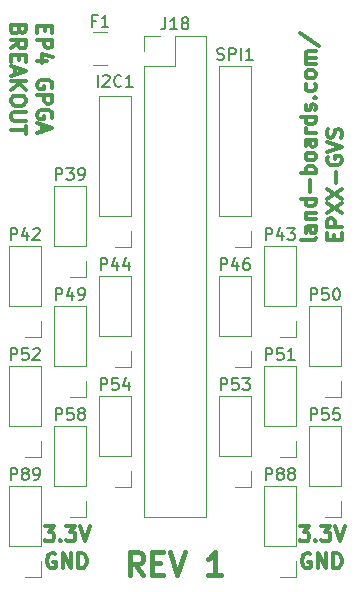
<source format=gbr>
G04 #@! TF.GenerationSoftware,KiCad,Pcbnew,(5.0.2)-1*
G04 #@! TF.CreationDate,2019-08-16T09:05:26-04:00*
G04 #@! TF.ProjectId,EPXX-GVS,45505858-2d47-4565-932e-6b696361645f,X2*
G04 #@! TF.SameCoordinates,Original*
G04 #@! TF.FileFunction,Legend,Top*
G04 #@! TF.FilePolarity,Positive*
%FSLAX46Y46*%
G04 Gerber Fmt 4.6, Leading zero omitted, Abs format (unit mm)*
G04 Created by KiCad (PCBNEW (5.0.2)-1) date 8/16/2019 9:05:26 AM*
%MOMM*%
%LPD*%
G01*
G04 APERTURE LIST*
%ADD10C,0.317500*%
%ADD11C,0.381000*%
%ADD12C,0.120000*%
%ADD13C,0.150000*%
G04 APERTURE END LIST*
D10*
X4249964Y-1651000D02*
X4249964Y-2074333D01*
X3584726Y-2255761D02*
X3584726Y-1651000D01*
X4854726Y-1651000D01*
X4854726Y-2255761D01*
X3584726Y-2800047D02*
X4854726Y-2800047D01*
X4854726Y-3283857D01*
X4794250Y-3404809D01*
X4733773Y-3465285D01*
X4612821Y-3525761D01*
X4431392Y-3525761D01*
X4310440Y-3465285D01*
X4249964Y-3404809D01*
X4189488Y-3283857D01*
X4189488Y-2800047D01*
X4431392Y-4614333D02*
X3584726Y-4614333D01*
X4915202Y-4311952D02*
X4008059Y-4009571D01*
X4008059Y-4795761D01*
X4794250Y-6912428D02*
X4854726Y-6791476D01*
X4854726Y-6610047D01*
X4794250Y-6428619D01*
X4673297Y-6307666D01*
X4552345Y-6247190D01*
X4310440Y-6186714D01*
X4129011Y-6186714D01*
X3887107Y-6247190D01*
X3766154Y-6307666D01*
X3645202Y-6428619D01*
X3584726Y-6610047D01*
X3584726Y-6731000D01*
X3645202Y-6912428D01*
X3705678Y-6972904D01*
X4129011Y-6972904D01*
X4129011Y-6731000D01*
X3584726Y-7517190D02*
X4854726Y-7517190D01*
X4854726Y-8001000D01*
X4794250Y-8121952D01*
X4733773Y-8182428D01*
X4612821Y-8242904D01*
X4431392Y-8242904D01*
X4310440Y-8182428D01*
X4249964Y-8121952D01*
X4189488Y-8001000D01*
X4189488Y-7517190D01*
X4794249Y-9452428D02*
X4854726Y-9331476D01*
X4854726Y-9150047D01*
X4794249Y-8968619D01*
X4673297Y-8847666D01*
X4552345Y-8787190D01*
X4310440Y-8726714D01*
X4129011Y-8726714D01*
X3887107Y-8787190D01*
X3766154Y-8847666D01*
X3645202Y-8968619D01*
X3584726Y-9150047D01*
X3584726Y-9271000D01*
X3645202Y-9452428D01*
X3705678Y-9512904D01*
X4129011Y-9512904D01*
X4129011Y-9271000D01*
X3947583Y-9996714D02*
X3947583Y-10601476D01*
X3584726Y-9875761D02*
X4854726Y-10299095D01*
X3584726Y-10722428D01*
X2027464Y-1983619D02*
X1966988Y-2165047D01*
X1906511Y-2225523D01*
X1785559Y-2286000D01*
X1604130Y-2286000D01*
X1483178Y-2225523D01*
X1422702Y-2165047D01*
X1362226Y-2044095D01*
X1362226Y-1560285D01*
X2632226Y-1560285D01*
X2632226Y-1983619D01*
X2571750Y-2104571D01*
X2511273Y-2165047D01*
X2390321Y-2225523D01*
X2269369Y-2225523D01*
X2148416Y-2165047D01*
X2087940Y-2104571D01*
X2027464Y-1983619D01*
X2027464Y-1560285D01*
X1362226Y-3556000D02*
X1966988Y-3132666D01*
X1362226Y-2830285D02*
X2632226Y-2830285D01*
X2632226Y-3314095D01*
X2571750Y-3435047D01*
X2511273Y-3495523D01*
X2390321Y-3556000D01*
X2208892Y-3556000D01*
X2087940Y-3495523D01*
X2027464Y-3435047D01*
X1966988Y-3314095D01*
X1966988Y-2830285D01*
X2027464Y-4100285D02*
X2027464Y-4523619D01*
X1362226Y-4705047D02*
X1362226Y-4100285D01*
X2632226Y-4100285D01*
X2632226Y-4705047D01*
X1725083Y-5188857D02*
X1725083Y-5793619D01*
X1362226Y-5067904D02*
X2632226Y-5491238D01*
X1362226Y-5914571D01*
X1362226Y-6337904D02*
X2632226Y-6337904D01*
X1362226Y-7063619D02*
X2087940Y-6519333D01*
X2632226Y-7063619D02*
X1906511Y-6337904D01*
X2632226Y-7849809D02*
X2632226Y-8091714D01*
X2571749Y-8212666D01*
X2450797Y-8333619D01*
X2208892Y-8394095D01*
X1785559Y-8394095D01*
X1543654Y-8333619D01*
X1422702Y-8212666D01*
X1362226Y-8091714D01*
X1362226Y-7849809D01*
X1422702Y-7728857D01*
X1543654Y-7607904D01*
X1785559Y-7547428D01*
X2208892Y-7547428D01*
X2450797Y-7607904D01*
X2571749Y-7728857D01*
X2632226Y-7849809D01*
X2632226Y-8938380D02*
X1604130Y-8938380D01*
X1483178Y-8998857D01*
X1422702Y-9059333D01*
X1362226Y-9180285D01*
X1362226Y-9422190D01*
X1422702Y-9543142D01*
X1483178Y-9603619D01*
X1604130Y-9664095D01*
X2632226Y-9664095D01*
X2632226Y-10087428D02*
X2632226Y-10813142D01*
X1362226Y-10450285D02*
X2632226Y-10450285D01*
X25811238Y-44008523D02*
X26597428Y-44008523D01*
X26174095Y-44492333D01*
X26355523Y-44492333D01*
X26476476Y-44552809D01*
X26536952Y-44613285D01*
X26597428Y-44734238D01*
X26597428Y-45036619D01*
X26536952Y-45157571D01*
X26476476Y-45218047D01*
X26355523Y-45278523D01*
X25992666Y-45278523D01*
X25871714Y-45218047D01*
X25811238Y-45157571D01*
X27141714Y-45157571D02*
X27202190Y-45218047D01*
X27141714Y-45278523D01*
X27081238Y-45218047D01*
X27141714Y-45157571D01*
X27141714Y-45278523D01*
X27625523Y-44008523D02*
X28411714Y-44008523D01*
X27988380Y-44492333D01*
X28169809Y-44492333D01*
X28290761Y-44552809D01*
X28351238Y-44613285D01*
X28411714Y-44734238D01*
X28411714Y-45036619D01*
X28351238Y-45157571D01*
X28290761Y-45218047D01*
X28169809Y-45278523D01*
X27806952Y-45278523D01*
X27686000Y-45218047D01*
X27625523Y-45157571D01*
X28774571Y-44008523D02*
X29197904Y-45278523D01*
X29621238Y-44008523D01*
X26718380Y-46355000D02*
X26597428Y-46294523D01*
X26416000Y-46294523D01*
X26234571Y-46355000D01*
X26113619Y-46475952D01*
X26053142Y-46596904D01*
X25992666Y-46838809D01*
X25992666Y-47020238D01*
X26053142Y-47262142D01*
X26113619Y-47383095D01*
X26234571Y-47504047D01*
X26416000Y-47564523D01*
X26536952Y-47564523D01*
X26718380Y-47504047D01*
X26778857Y-47443571D01*
X26778857Y-47020238D01*
X26536952Y-47020238D01*
X27323142Y-47564523D02*
X27323142Y-46294523D01*
X28048857Y-47564523D01*
X28048857Y-46294523D01*
X28653619Y-47564523D02*
X28653619Y-46294523D01*
X28956000Y-46294523D01*
X29137428Y-46355000D01*
X29258380Y-46475952D01*
X29318857Y-46596904D01*
X29379333Y-46838809D01*
X29379333Y-47020238D01*
X29318857Y-47262142D01*
X29258380Y-47383095D01*
X29137428Y-47504047D01*
X28956000Y-47564523D01*
X28653619Y-47564523D01*
X5128380Y-46355000D02*
X5007428Y-46294523D01*
X4826000Y-46294523D01*
X4644571Y-46355000D01*
X4523619Y-46475952D01*
X4463142Y-46596904D01*
X4402666Y-46838809D01*
X4402666Y-47020238D01*
X4463142Y-47262142D01*
X4523619Y-47383095D01*
X4644571Y-47504047D01*
X4826000Y-47564523D01*
X4946952Y-47564523D01*
X5128380Y-47504047D01*
X5188857Y-47443571D01*
X5188857Y-47020238D01*
X4946952Y-47020238D01*
X5733142Y-47564523D02*
X5733142Y-46294523D01*
X6458857Y-47564523D01*
X6458857Y-46294523D01*
X7063619Y-47564523D02*
X7063619Y-46294523D01*
X7366000Y-46294523D01*
X7547428Y-46355000D01*
X7668380Y-46475952D01*
X7728857Y-46596904D01*
X7789333Y-46838809D01*
X7789333Y-47020238D01*
X7728857Y-47262142D01*
X7668380Y-47383095D01*
X7547428Y-47504047D01*
X7366000Y-47564523D01*
X7063619Y-47564523D01*
X4221238Y-44008523D02*
X5007428Y-44008523D01*
X4584095Y-44492333D01*
X4765523Y-44492333D01*
X4886476Y-44552809D01*
X4946952Y-44613285D01*
X5007428Y-44734238D01*
X5007428Y-45036619D01*
X4946952Y-45157571D01*
X4886476Y-45218047D01*
X4765523Y-45278523D01*
X4402666Y-45278523D01*
X4281714Y-45218047D01*
X4221238Y-45157571D01*
X5551714Y-45157571D02*
X5612190Y-45218047D01*
X5551714Y-45278523D01*
X5491238Y-45218047D01*
X5551714Y-45157571D01*
X5551714Y-45278523D01*
X6035523Y-44008523D02*
X6821714Y-44008523D01*
X6398380Y-44492333D01*
X6579809Y-44492333D01*
X6700761Y-44552809D01*
X6761238Y-44613285D01*
X6821714Y-44734238D01*
X6821714Y-45036619D01*
X6761238Y-45157571D01*
X6700761Y-45218047D01*
X6579809Y-45278523D01*
X6216952Y-45278523D01*
X6096000Y-45218047D01*
X6035523Y-45157571D01*
X7184571Y-44008523D02*
X7607904Y-45278523D01*
X8031238Y-44008523D01*
D11*
X12518571Y-48105785D02*
X11883571Y-47198642D01*
X11430000Y-48105785D02*
X11430000Y-46200785D01*
X12155714Y-46200785D01*
X12337142Y-46291500D01*
X12427857Y-46382214D01*
X12518571Y-46563642D01*
X12518571Y-46835785D01*
X12427857Y-47017214D01*
X12337142Y-47107928D01*
X12155714Y-47198642D01*
X11430000Y-47198642D01*
X13335000Y-47107928D02*
X13970000Y-47107928D01*
X14242142Y-48105785D02*
X13335000Y-48105785D01*
X13335000Y-46200785D01*
X14242142Y-46200785D01*
X14786428Y-46200785D02*
X15421428Y-48105785D01*
X16056428Y-46200785D01*
X19140714Y-48105785D02*
X18052142Y-48105785D01*
X18596428Y-48105785D02*
X18596428Y-46200785D01*
X18415000Y-46472928D01*
X18233571Y-46654357D01*
X18052142Y-46745071D01*
D10*
X27149273Y-19629815D02*
X27088797Y-19750767D01*
X26967845Y-19811244D01*
X25879273Y-19811244D01*
X27149273Y-18601720D02*
X26484035Y-18601720D01*
X26363083Y-18662196D01*
X26302607Y-18783148D01*
X26302607Y-19025053D01*
X26363083Y-19146005D01*
X27088797Y-18601720D02*
X27149273Y-18722672D01*
X27149273Y-19025053D01*
X27088797Y-19146005D01*
X26967845Y-19206482D01*
X26846892Y-19206482D01*
X26725940Y-19146005D01*
X26665464Y-19025053D01*
X26665464Y-18722672D01*
X26604988Y-18601720D01*
X26302607Y-17996958D02*
X27149273Y-17996958D01*
X26423559Y-17996958D02*
X26363083Y-17936482D01*
X26302607Y-17815529D01*
X26302607Y-17634101D01*
X26363083Y-17513148D01*
X26484035Y-17452672D01*
X27149273Y-17452672D01*
X27149273Y-16303625D02*
X25879273Y-16303625D01*
X27088797Y-16303625D02*
X27149273Y-16424577D01*
X27149273Y-16666482D01*
X27088797Y-16787434D01*
X27028321Y-16847910D01*
X26907369Y-16908386D01*
X26544511Y-16908386D01*
X26423559Y-16847910D01*
X26363083Y-16787434D01*
X26302607Y-16666482D01*
X26302607Y-16424577D01*
X26363083Y-16303625D01*
X26665464Y-15698863D02*
X26665464Y-14731244D01*
X27149273Y-14126482D02*
X25879273Y-14126482D01*
X26363083Y-14126482D02*
X26302607Y-14005529D01*
X26302607Y-13763625D01*
X26363083Y-13642672D01*
X26423559Y-13582196D01*
X26544511Y-13521720D01*
X26907369Y-13521720D01*
X27028321Y-13582196D01*
X27088797Y-13642672D01*
X27149273Y-13763625D01*
X27149273Y-14005529D01*
X27088797Y-14126482D01*
X27149273Y-12796005D02*
X27088797Y-12916958D01*
X27028321Y-12977434D01*
X26907369Y-13037910D01*
X26544511Y-13037910D01*
X26423559Y-12977434D01*
X26363083Y-12916958D01*
X26302607Y-12796005D01*
X26302607Y-12614577D01*
X26363083Y-12493625D01*
X26423559Y-12433148D01*
X26544511Y-12372672D01*
X26907369Y-12372672D01*
X27028321Y-12433148D01*
X27088797Y-12493625D01*
X27149273Y-12614577D01*
X27149273Y-12796005D01*
X27149273Y-11284101D02*
X26484035Y-11284101D01*
X26363083Y-11344577D01*
X26302607Y-11465529D01*
X26302607Y-11707434D01*
X26363083Y-11828386D01*
X27088797Y-11284101D02*
X27149273Y-11405053D01*
X27149273Y-11707434D01*
X27088797Y-11828386D01*
X26967845Y-11888863D01*
X26846892Y-11888863D01*
X26725940Y-11828386D01*
X26665464Y-11707434D01*
X26665464Y-11405053D01*
X26604988Y-11284101D01*
X27149273Y-10679339D02*
X26302607Y-10679339D01*
X26544511Y-10679339D02*
X26423559Y-10618863D01*
X26363083Y-10558386D01*
X26302607Y-10437434D01*
X26302607Y-10316482D01*
X27149273Y-9348863D02*
X25879273Y-9348863D01*
X27088797Y-9348863D02*
X27149273Y-9469815D01*
X27149273Y-9711720D01*
X27088797Y-9832672D01*
X27028321Y-9893148D01*
X26907369Y-9953625D01*
X26544511Y-9953625D01*
X26423559Y-9893148D01*
X26363083Y-9832672D01*
X26302607Y-9711720D01*
X26302607Y-9469815D01*
X26363083Y-9348863D01*
X27088797Y-8804577D02*
X27149273Y-8683625D01*
X27149273Y-8441720D01*
X27088797Y-8320767D01*
X26967845Y-8260291D01*
X26907369Y-8260291D01*
X26786416Y-8320767D01*
X26725940Y-8441720D01*
X26725940Y-8623148D01*
X26665464Y-8744101D01*
X26544511Y-8804577D01*
X26484035Y-8804577D01*
X26363083Y-8744101D01*
X26302607Y-8623148D01*
X26302607Y-8441720D01*
X26363083Y-8320767D01*
X27028321Y-7716005D02*
X27088797Y-7655529D01*
X27149273Y-7716005D01*
X27088797Y-7776482D01*
X27028321Y-7716005D01*
X27149273Y-7716005D01*
X27088797Y-6566958D02*
X27149273Y-6687910D01*
X27149273Y-6929815D01*
X27088797Y-7050767D01*
X27028321Y-7111244D01*
X26907369Y-7171720D01*
X26544511Y-7171720D01*
X26423559Y-7111244D01*
X26363083Y-7050767D01*
X26302607Y-6929815D01*
X26302607Y-6687910D01*
X26363083Y-6566958D01*
X27149273Y-5841244D02*
X27088797Y-5962196D01*
X27028321Y-6022672D01*
X26907369Y-6083148D01*
X26544511Y-6083148D01*
X26423559Y-6022672D01*
X26363083Y-5962196D01*
X26302607Y-5841244D01*
X26302607Y-5659815D01*
X26363083Y-5538863D01*
X26423559Y-5478386D01*
X26544511Y-5417910D01*
X26907369Y-5417910D01*
X27028321Y-5478386D01*
X27088797Y-5538863D01*
X27149273Y-5659815D01*
X27149273Y-5841244D01*
X27149273Y-4873625D02*
X26302607Y-4873625D01*
X26423559Y-4873625D02*
X26363083Y-4813148D01*
X26302607Y-4692196D01*
X26302607Y-4510767D01*
X26363083Y-4389815D01*
X26484035Y-4329339D01*
X27149273Y-4329339D01*
X26484035Y-4329339D02*
X26363083Y-4268863D01*
X26302607Y-4147910D01*
X26302607Y-3966482D01*
X26363083Y-3845529D01*
X26484035Y-3785053D01*
X27149273Y-3785053D01*
X25818797Y-2273148D02*
X27451654Y-3361720D01*
X28706535Y-19811244D02*
X28706535Y-19387910D01*
X29371773Y-19206482D02*
X29371773Y-19811244D01*
X28101773Y-19811244D01*
X28101773Y-19206482D01*
X29371773Y-18662196D02*
X28101773Y-18662196D01*
X28101773Y-18178386D01*
X28162250Y-18057434D01*
X28222726Y-17996958D01*
X28343678Y-17936482D01*
X28525107Y-17936482D01*
X28646059Y-17996958D01*
X28706535Y-18057434D01*
X28767011Y-18178386D01*
X28767011Y-18662196D01*
X28101773Y-17513148D02*
X29371773Y-16666482D01*
X28101773Y-16666482D02*
X29371773Y-17513148D01*
X28101773Y-16303625D02*
X29371773Y-15456958D01*
X28101773Y-15456958D02*
X29371773Y-16303625D01*
X28887964Y-14973148D02*
X28887964Y-14005529D01*
X28162250Y-12735529D02*
X28101773Y-12856482D01*
X28101773Y-13037910D01*
X28162250Y-13219339D01*
X28283202Y-13340291D01*
X28404154Y-13400767D01*
X28646059Y-13461244D01*
X28827488Y-13461244D01*
X29069392Y-13400767D01*
X29190345Y-13340291D01*
X29311297Y-13219339D01*
X29371773Y-13037910D01*
X29371773Y-12916958D01*
X29311297Y-12735529D01*
X29250821Y-12675053D01*
X28827488Y-12675053D01*
X28827488Y-12916958D01*
X28101773Y-12312196D02*
X29371773Y-11888863D01*
X28101773Y-11465529D01*
X29311297Y-11102672D02*
X29371773Y-10921244D01*
X29371773Y-10618863D01*
X29311297Y-10497910D01*
X29250821Y-10437434D01*
X29129869Y-10376958D01*
X29008916Y-10376958D01*
X28887964Y-10437434D01*
X28827488Y-10497910D01*
X28767011Y-10618863D01*
X28706535Y-10860767D01*
X28646059Y-10981720D01*
X28585583Y-11042196D01*
X28464630Y-11102672D01*
X28343678Y-11102672D01*
X28222726Y-11042196D01*
X28162250Y-10981720D01*
X28101773Y-10860767D01*
X28101773Y-10558386D01*
X28162250Y-10376958D01*
D12*
G04 #@! TO.C,I2C1*
X11490000Y-7560000D02*
X8830000Y-7560000D01*
X11490000Y-17780000D02*
X11490000Y-7560000D01*
X8830000Y-17780000D02*
X8830000Y-7560000D01*
X11490000Y-17780000D02*
X8830000Y-17780000D01*
X11490000Y-19050000D02*
X11490000Y-20380000D01*
X11490000Y-20380000D02*
X10160000Y-20380000D01*
G04 #@! TO.C,SPI1*
X21650000Y-5020000D02*
X18990000Y-5020000D01*
X21650000Y-17780000D02*
X21650000Y-5020000D01*
X18990000Y-17780000D02*
X18990000Y-5020000D01*
X21650000Y-17780000D02*
X18990000Y-17780000D01*
X21650000Y-19050000D02*
X21650000Y-20380000D01*
X21650000Y-20380000D02*
X20320000Y-20380000D01*
G04 #@! TO.C,P39*
X7680000Y-15180000D02*
X5020000Y-15180000D01*
X7680000Y-20320000D02*
X7680000Y-15180000D01*
X5020000Y-20320000D02*
X5020000Y-15180000D01*
X7680000Y-20320000D02*
X5020000Y-20320000D01*
X7680000Y-21590000D02*
X7680000Y-22920000D01*
X7680000Y-22920000D02*
X6350000Y-22920000D01*
G04 #@! TO.C,P42*
X3870000Y-28000000D02*
X2540000Y-28000000D01*
X3870000Y-26670000D02*
X3870000Y-28000000D01*
X3870000Y-25400000D02*
X1210000Y-25400000D01*
X1210000Y-25400000D02*
X1210000Y-20260000D01*
X3870000Y-25400000D02*
X3870000Y-20260000D01*
X3870000Y-20260000D02*
X1210000Y-20260000D01*
G04 #@! TO.C,P43*
X25460000Y-20260000D02*
X22800000Y-20260000D01*
X25460000Y-25400000D02*
X25460000Y-20260000D01*
X22800000Y-25400000D02*
X22800000Y-20260000D01*
X25460000Y-25400000D02*
X22800000Y-25400000D01*
X25460000Y-26670000D02*
X25460000Y-28000000D01*
X25460000Y-28000000D02*
X24130000Y-28000000D01*
G04 #@! TO.C,P44*
X11490000Y-22800000D02*
X8830000Y-22800000D01*
X11490000Y-27940000D02*
X11490000Y-22800000D01*
X8830000Y-27940000D02*
X8830000Y-22800000D01*
X11490000Y-27940000D02*
X8830000Y-27940000D01*
X11490000Y-29210000D02*
X11490000Y-30540000D01*
X11490000Y-30540000D02*
X10160000Y-30540000D01*
G04 #@! TO.C,P46*
X21650000Y-22800000D02*
X18990000Y-22800000D01*
X21650000Y-27940000D02*
X21650000Y-22800000D01*
X18990000Y-27940000D02*
X18990000Y-22800000D01*
X21650000Y-27940000D02*
X18990000Y-27940000D01*
X21650000Y-29210000D02*
X21650000Y-30540000D01*
X21650000Y-30540000D02*
X20320000Y-30540000D01*
G04 #@! TO.C,P49*
X7680000Y-33080000D02*
X6350000Y-33080000D01*
X7680000Y-31750000D02*
X7680000Y-33080000D01*
X7680000Y-30480000D02*
X5020000Y-30480000D01*
X5020000Y-30480000D02*
X5020000Y-25340000D01*
X7680000Y-30480000D02*
X7680000Y-25340000D01*
X7680000Y-25340000D02*
X5020000Y-25340000D01*
G04 #@! TO.C,P50*
X29270000Y-25340000D02*
X26610000Y-25340000D01*
X29270000Y-30480000D02*
X29270000Y-25340000D01*
X26610000Y-30480000D02*
X26610000Y-25340000D01*
X29270000Y-30480000D02*
X26610000Y-30480000D01*
X29270000Y-31750000D02*
X29270000Y-33080000D01*
X29270000Y-33080000D02*
X27940000Y-33080000D01*
G04 #@! TO.C,P52*
X3870000Y-38160000D02*
X2540000Y-38160000D01*
X3870000Y-36830000D02*
X3870000Y-38160000D01*
X3870000Y-35560000D02*
X1210000Y-35560000D01*
X1210000Y-35560000D02*
X1210000Y-30420000D01*
X3870000Y-35560000D02*
X3870000Y-30420000D01*
X3870000Y-30420000D02*
X1210000Y-30420000D01*
G04 #@! TO.C,P51*
X25460000Y-30420000D02*
X22800000Y-30420000D01*
X25460000Y-35560000D02*
X25460000Y-30420000D01*
X22800000Y-35560000D02*
X22800000Y-30420000D01*
X25460000Y-35560000D02*
X22800000Y-35560000D01*
X25460000Y-36830000D02*
X25460000Y-38160000D01*
X25460000Y-38160000D02*
X24130000Y-38160000D01*
G04 #@! TO.C,P54*
X11490000Y-40700000D02*
X10160000Y-40700000D01*
X11490000Y-39370000D02*
X11490000Y-40700000D01*
X11490000Y-38100000D02*
X8830000Y-38100000D01*
X8830000Y-38100000D02*
X8830000Y-32960000D01*
X11490000Y-38100000D02*
X11490000Y-32960000D01*
X11490000Y-32960000D02*
X8830000Y-32960000D01*
G04 #@! TO.C,P53*
X21650000Y-40700000D02*
X20320000Y-40700000D01*
X21650000Y-39370000D02*
X21650000Y-40700000D01*
X21650000Y-38100000D02*
X18990000Y-38100000D01*
X18990000Y-38100000D02*
X18990000Y-32960000D01*
X21650000Y-38100000D02*
X21650000Y-32960000D01*
X21650000Y-32960000D02*
X18990000Y-32960000D01*
G04 #@! TO.C,P58*
X7680000Y-43240000D02*
X6350000Y-43240000D01*
X7680000Y-41910000D02*
X7680000Y-43240000D01*
X7680000Y-40640000D02*
X5020000Y-40640000D01*
X5020000Y-40640000D02*
X5020000Y-35500000D01*
X7680000Y-40640000D02*
X7680000Y-35500000D01*
X7680000Y-35500000D02*
X5020000Y-35500000D01*
G04 #@! TO.C,P55*
X29270000Y-35500000D02*
X26610000Y-35500000D01*
X29270000Y-40640000D02*
X29270000Y-35500000D01*
X26610000Y-40640000D02*
X26610000Y-35500000D01*
X29270000Y-40640000D02*
X26610000Y-40640000D01*
X29270000Y-41910000D02*
X29270000Y-43240000D01*
X29270000Y-43240000D02*
X27940000Y-43240000D01*
G04 #@! TO.C,P89*
X3870000Y-48320000D02*
X2540000Y-48320000D01*
X3870000Y-46990000D02*
X3870000Y-48320000D01*
X3870000Y-45720000D02*
X1210000Y-45720000D01*
X1210000Y-45720000D02*
X1210000Y-40580000D01*
X3870000Y-45720000D02*
X3870000Y-40580000D01*
X3870000Y-40580000D02*
X1210000Y-40580000D01*
G04 #@! TO.C,P88*
X25460000Y-40580000D02*
X22800000Y-40580000D01*
X25460000Y-45720000D02*
X25460000Y-40580000D01*
X22800000Y-45720000D02*
X22800000Y-40580000D01*
X25460000Y-45720000D02*
X22800000Y-45720000D01*
X25460000Y-46990000D02*
X25460000Y-48320000D01*
X25460000Y-48320000D02*
X24130000Y-48320000D01*
G04 #@! TO.C,J18*
X12640000Y-43240000D02*
X17840000Y-43240000D01*
X12640000Y-5080000D02*
X12640000Y-43240000D01*
X17840000Y-2480000D02*
X17840000Y-43240000D01*
X12640000Y-5080000D02*
X15240000Y-5080000D01*
X15240000Y-5080000D02*
X15240000Y-2480000D01*
X15240000Y-2480000D02*
X17840000Y-2480000D01*
X12640000Y-3810000D02*
X12640000Y-2480000D01*
X12640000Y-2480000D02*
X13970000Y-2480000D01*
G04 #@! TO.C,F1*
X8287936Y-2196000D02*
X9492064Y-2196000D01*
X8287936Y-4916000D02*
X9492064Y-4916000D01*
G04 #@! TO.C,I2C1*
D13*
X8707619Y-6802380D02*
X8707619Y-5802380D01*
X9136190Y-5897619D02*
X9183809Y-5850000D01*
X9279047Y-5802380D01*
X9517142Y-5802380D01*
X9612380Y-5850000D01*
X9660000Y-5897619D01*
X9707619Y-5992857D01*
X9707619Y-6088095D01*
X9660000Y-6230952D01*
X9088571Y-6802380D01*
X9707619Y-6802380D01*
X10707619Y-6707142D02*
X10660000Y-6754761D01*
X10517142Y-6802380D01*
X10421904Y-6802380D01*
X10279047Y-6754761D01*
X10183809Y-6659523D01*
X10136190Y-6564285D01*
X10088571Y-6373809D01*
X10088571Y-6230952D01*
X10136190Y-6040476D01*
X10183809Y-5945238D01*
X10279047Y-5850000D01*
X10421904Y-5802380D01*
X10517142Y-5802380D01*
X10660000Y-5850000D01*
X10707619Y-5897619D01*
X11660000Y-6802380D02*
X11088571Y-6802380D01*
X11374285Y-6802380D02*
X11374285Y-5802380D01*
X11279047Y-5945238D01*
X11183809Y-6040476D01*
X11088571Y-6088095D01*
G04 #@! TO.C,SPI1*
X18820000Y-4468761D02*
X18962857Y-4516380D01*
X19200952Y-4516380D01*
X19296190Y-4468761D01*
X19343809Y-4421142D01*
X19391428Y-4325904D01*
X19391428Y-4230666D01*
X19343809Y-4135428D01*
X19296190Y-4087809D01*
X19200952Y-4040190D01*
X19010476Y-3992571D01*
X18915238Y-3944952D01*
X18867619Y-3897333D01*
X18820000Y-3802095D01*
X18820000Y-3706857D01*
X18867619Y-3611619D01*
X18915238Y-3564000D01*
X19010476Y-3516380D01*
X19248571Y-3516380D01*
X19391428Y-3564000D01*
X19820000Y-4516380D02*
X19820000Y-3516380D01*
X20200952Y-3516380D01*
X20296190Y-3564000D01*
X20343809Y-3611619D01*
X20391428Y-3706857D01*
X20391428Y-3849714D01*
X20343809Y-3944952D01*
X20296190Y-3992571D01*
X20200952Y-4040190D01*
X19820000Y-4040190D01*
X20820000Y-4516380D02*
X20820000Y-3516380D01*
X21820000Y-4516380D02*
X21248571Y-4516380D01*
X21534285Y-4516380D02*
X21534285Y-3516380D01*
X21439047Y-3659238D01*
X21343809Y-3754476D01*
X21248571Y-3802095D01*
G04 #@! TO.C,P39*
X5135714Y-14676380D02*
X5135714Y-13676380D01*
X5516666Y-13676380D01*
X5611904Y-13724000D01*
X5659523Y-13771619D01*
X5707142Y-13866857D01*
X5707142Y-14009714D01*
X5659523Y-14104952D01*
X5611904Y-14152571D01*
X5516666Y-14200190D01*
X5135714Y-14200190D01*
X6040476Y-13676380D02*
X6659523Y-13676380D01*
X6326190Y-14057333D01*
X6469047Y-14057333D01*
X6564285Y-14104952D01*
X6611904Y-14152571D01*
X6659523Y-14247809D01*
X6659523Y-14485904D01*
X6611904Y-14581142D01*
X6564285Y-14628761D01*
X6469047Y-14676380D01*
X6183333Y-14676380D01*
X6088095Y-14628761D01*
X6040476Y-14581142D01*
X7135714Y-14676380D02*
X7326190Y-14676380D01*
X7421428Y-14628761D01*
X7469047Y-14581142D01*
X7564285Y-14438285D01*
X7611904Y-14247809D01*
X7611904Y-13866857D01*
X7564285Y-13771619D01*
X7516666Y-13724000D01*
X7421428Y-13676380D01*
X7230952Y-13676380D01*
X7135714Y-13724000D01*
X7088095Y-13771619D01*
X7040476Y-13866857D01*
X7040476Y-14104952D01*
X7088095Y-14200190D01*
X7135714Y-14247809D01*
X7230952Y-14295428D01*
X7421428Y-14295428D01*
X7516666Y-14247809D01*
X7564285Y-14200190D01*
X7611904Y-14104952D01*
G04 #@! TO.C,P42*
X1325714Y-19756380D02*
X1325714Y-18756380D01*
X1706666Y-18756380D01*
X1801904Y-18804000D01*
X1849523Y-18851619D01*
X1897142Y-18946857D01*
X1897142Y-19089714D01*
X1849523Y-19184952D01*
X1801904Y-19232571D01*
X1706666Y-19280190D01*
X1325714Y-19280190D01*
X2754285Y-19089714D02*
X2754285Y-19756380D01*
X2516190Y-18708761D02*
X2278095Y-19423047D01*
X2897142Y-19423047D01*
X3230476Y-18851619D02*
X3278095Y-18804000D01*
X3373333Y-18756380D01*
X3611428Y-18756380D01*
X3706666Y-18804000D01*
X3754285Y-18851619D01*
X3801904Y-18946857D01*
X3801904Y-19042095D01*
X3754285Y-19184952D01*
X3182857Y-19756380D01*
X3801904Y-19756380D01*
G04 #@! TO.C,P43*
X22915714Y-19756380D02*
X22915714Y-18756380D01*
X23296666Y-18756380D01*
X23391904Y-18804000D01*
X23439523Y-18851619D01*
X23487142Y-18946857D01*
X23487142Y-19089714D01*
X23439523Y-19184952D01*
X23391904Y-19232571D01*
X23296666Y-19280190D01*
X22915714Y-19280190D01*
X24344285Y-19089714D02*
X24344285Y-19756380D01*
X24106190Y-18708761D02*
X23868095Y-19423047D01*
X24487142Y-19423047D01*
X24772857Y-18756380D02*
X25391904Y-18756380D01*
X25058571Y-19137333D01*
X25201428Y-19137333D01*
X25296666Y-19184952D01*
X25344285Y-19232571D01*
X25391904Y-19327809D01*
X25391904Y-19565904D01*
X25344285Y-19661142D01*
X25296666Y-19708761D01*
X25201428Y-19756380D01*
X24915714Y-19756380D01*
X24820476Y-19708761D01*
X24772857Y-19661142D01*
G04 #@! TO.C,P44*
X8945714Y-22296380D02*
X8945714Y-21296380D01*
X9326666Y-21296380D01*
X9421904Y-21344000D01*
X9469523Y-21391619D01*
X9517142Y-21486857D01*
X9517142Y-21629714D01*
X9469523Y-21724952D01*
X9421904Y-21772571D01*
X9326666Y-21820190D01*
X8945714Y-21820190D01*
X10374285Y-21629714D02*
X10374285Y-22296380D01*
X10136190Y-21248761D02*
X9898095Y-21963047D01*
X10517142Y-21963047D01*
X11326666Y-21629714D02*
X11326666Y-22296380D01*
X11088571Y-21248761D02*
X10850476Y-21963047D01*
X11469523Y-21963047D01*
G04 #@! TO.C,P46*
X19105714Y-22296380D02*
X19105714Y-21296380D01*
X19486666Y-21296380D01*
X19581904Y-21344000D01*
X19629523Y-21391619D01*
X19677142Y-21486857D01*
X19677142Y-21629714D01*
X19629523Y-21724952D01*
X19581904Y-21772571D01*
X19486666Y-21820190D01*
X19105714Y-21820190D01*
X20534285Y-21629714D02*
X20534285Y-22296380D01*
X20296190Y-21248761D02*
X20058095Y-21963047D01*
X20677142Y-21963047D01*
X21486666Y-21296380D02*
X21296190Y-21296380D01*
X21200952Y-21344000D01*
X21153333Y-21391619D01*
X21058095Y-21534476D01*
X21010476Y-21724952D01*
X21010476Y-22105904D01*
X21058095Y-22201142D01*
X21105714Y-22248761D01*
X21200952Y-22296380D01*
X21391428Y-22296380D01*
X21486666Y-22248761D01*
X21534285Y-22201142D01*
X21581904Y-22105904D01*
X21581904Y-21867809D01*
X21534285Y-21772571D01*
X21486666Y-21724952D01*
X21391428Y-21677333D01*
X21200952Y-21677333D01*
X21105714Y-21724952D01*
X21058095Y-21772571D01*
X21010476Y-21867809D01*
G04 #@! TO.C,P49*
X5135714Y-24836380D02*
X5135714Y-23836380D01*
X5516666Y-23836380D01*
X5611904Y-23884000D01*
X5659523Y-23931619D01*
X5707142Y-24026857D01*
X5707142Y-24169714D01*
X5659523Y-24264952D01*
X5611904Y-24312571D01*
X5516666Y-24360190D01*
X5135714Y-24360190D01*
X6564285Y-24169714D02*
X6564285Y-24836380D01*
X6326190Y-23788761D02*
X6088095Y-24503047D01*
X6707142Y-24503047D01*
X7135714Y-24836380D02*
X7326190Y-24836380D01*
X7421428Y-24788761D01*
X7469047Y-24741142D01*
X7564285Y-24598285D01*
X7611904Y-24407809D01*
X7611904Y-24026857D01*
X7564285Y-23931619D01*
X7516666Y-23884000D01*
X7421428Y-23836380D01*
X7230952Y-23836380D01*
X7135714Y-23884000D01*
X7088095Y-23931619D01*
X7040476Y-24026857D01*
X7040476Y-24264952D01*
X7088095Y-24360190D01*
X7135714Y-24407809D01*
X7230952Y-24455428D01*
X7421428Y-24455428D01*
X7516666Y-24407809D01*
X7564285Y-24360190D01*
X7611904Y-24264952D01*
G04 #@! TO.C,P50*
X26725714Y-24836380D02*
X26725714Y-23836380D01*
X27106666Y-23836380D01*
X27201904Y-23884000D01*
X27249523Y-23931619D01*
X27297142Y-24026857D01*
X27297142Y-24169714D01*
X27249523Y-24264952D01*
X27201904Y-24312571D01*
X27106666Y-24360190D01*
X26725714Y-24360190D01*
X28201904Y-23836380D02*
X27725714Y-23836380D01*
X27678095Y-24312571D01*
X27725714Y-24264952D01*
X27820952Y-24217333D01*
X28059047Y-24217333D01*
X28154285Y-24264952D01*
X28201904Y-24312571D01*
X28249523Y-24407809D01*
X28249523Y-24645904D01*
X28201904Y-24741142D01*
X28154285Y-24788761D01*
X28059047Y-24836380D01*
X27820952Y-24836380D01*
X27725714Y-24788761D01*
X27678095Y-24741142D01*
X28868571Y-23836380D02*
X28963809Y-23836380D01*
X29059047Y-23884000D01*
X29106666Y-23931619D01*
X29154285Y-24026857D01*
X29201904Y-24217333D01*
X29201904Y-24455428D01*
X29154285Y-24645904D01*
X29106666Y-24741142D01*
X29059047Y-24788761D01*
X28963809Y-24836380D01*
X28868571Y-24836380D01*
X28773333Y-24788761D01*
X28725714Y-24741142D01*
X28678095Y-24645904D01*
X28630476Y-24455428D01*
X28630476Y-24217333D01*
X28678095Y-24026857D01*
X28725714Y-23931619D01*
X28773333Y-23884000D01*
X28868571Y-23836380D01*
G04 #@! TO.C,P52*
X1325714Y-29916380D02*
X1325714Y-28916380D01*
X1706666Y-28916380D01*
X1801904Y-28964000D01*
X1849523Y-29011619D01*
X1897142Y-29106857D01*
X1897142Y-29249714D01*
X1849523Y-29344952D01*
X1801904Y-29392571D01*
X1706666Y-29440190D01*
X1325714Y-29440190D01*
X2801904Y-28916380D02*
X2325714Y-28916380D01*
X2278095Y-29392571D01*
X2325714Y-29344952D01*
X2420952Y-29297333D01*
X2659047Y-29297333D01*
X2754285Y-29344952D01*
X2801904Y-29392571D01*
X2849523Y-29487809D01*
X2849523Y-29725904D01*
X2801904Y-29821142D01*
X2754285Y-29868761D01*
X2659047Y-29916380D01*
X2420952Y-29916380D01*
X2325714Y-29868761D01*
X2278095Y-29821142D01*
X3230476Y-29011619D02*
X3278095Y-28964000D01*
X3373333Y-28916380D01*
X3611428Y-28916380D01*
X3706666Y-28964000D01*
X3754285Y-29011619D01*
X3801904Y-29106857D01*
X3801904Y-29202095D01*
X3754285Y-29344952D01*
X3182857Y-29916380D01*
X3801904Y-29916380D01*
G04 #@! TO.C,P51*
X22915714Y-29916380D02*
X22915714Y-28916380D01*
X23296666Y-28916380D01*
X23391904Y-28964000D01*
X23439523Y-29011619D01*
X23487142Y-29106857D01*
X23487142Y-29249714D01*
X23439523Y-29344952D01*
X23391904Y-29392571D01*
X23296666Y-29440190D01*
X22915714Y-29440190D01*
X24391904Y-28916380D02*
X23915714Y-28916380D01*
X23868095Y-29392571D01*
X23915714Y-29344952D01*
X24010952Y-29297333D01*
X24249047Y-29297333D01*
X24344285Y-29344952D01*
X24391904Y-29392571D01*
X24439523Y-29487809D01*
X24439523Y-29725904D01*
X24391904Y-29821142D01*
X24344285Y-29868761D01*
X24249047Y-29916380D01*
X24010952Y-29916380D01*
X23915714Y-29868761D01*
X23868095Y-29821142D01*
X25391904Y-29916380D02*
X24820476Y-29916380D01*
X25106190Y-29916380D02*
X25106190Y-28916380D01*
X25010952Y-29059238D01*
X24915714Y-29154476D01*
X24820476Y-29202095D01*
G04 #@! TO.C,P54*
X8945714Y-32456380D02*
X8945714Y-31456380D01*
X9326666Y-31456380D01*
X9421904Y-31504000D01*
X9469523Y-31551619D01*
X9517142Y-31646857D01*
X9517142Y-31789714D01*
X9469523Y-31884952D01*
X9421904Y-31932571D01*
X9326666Y-31980190D01*
X8945714Y-31980190D01*
X10421904Y-31456380D02*
X9945714Y-31456380D01*
X9898095Y-31932571D01*
X9945714Y-31884952D01*
X10040952Y-31837333D01*
X10279047Y-31837333D01*
X10374285Y-31884952D01*
X10421904Y-31932571D01*
X10469523Y-32027809D01*
X10469523Y-32265904D01*
X10421904Y-32361142D01*
X10374285Y-32408761D01*
X10279047Y-32456380D01*
X10040952Y-32456380D01*
X9945714Y-32408761D01*
X9898095Y-32361142D01*
X11326666Y-31789714D02*
X11326666Y-32456380D01*
X11088571Y-31408761D02*
X10850476Y-32123047D01*
X11469523Y-32123047D01*
G04 #@! TO.C,P53*
X19105714Y-32456380D02*
X19105714Y-31456380D01*
X19486666Y-31456380D01*
X19581904Y-31504000D01*
X19629523Y-31551619D01*
X19677142Y-31646857D01*
X19677142Y-31789714D01*
X19629523Y-31884952D01*
X19581904Y-31932571D01*
X19486666Y-31980190D01*
X19105714Y-31980190D01*
X20581904Y-31456380D02*
X20105714Y-31456380D01*
X20058095Y-31932571D01*
X20105714Y-31884952D01*
X20200952Y-31837333D01*
X20439047Y-31837333D01*
X20534285Y-31884952D01*
X20581904Y-31932571D01*
X20629523Y-32027809D01*
X20629523Y-32265904D01*
X20581904Y-32361142D01*
X20534285Y-32408761D01*
X20439047Y-32456380D01*
X20200952Y-32456380D01*
X20105714Y-32408761D01*
X20058095Y-32361142D01*
X20962857Y-31456380D02*
X21581904Y-31456380D01*
X21248571Y-31837333D01*
X21391428Y-31837333D01*
X21486666Y-31884952D01*
X21534285Y-31932571D01*
X21581904Y-32027809D01*
X21581904Y-32265904D01*
X21534285Y-32361142D01*
X21486666Y-32408761D01*
X21391428Y-32456380D01*
X21105714Y-32456380D01*
X21010476Y-32408761D01*
X20962857Y-32361142D01*
G04 #@! TO.C,P58*
X5135714Y-34996380D02*
X5135714Y-33996380D01*
X5516666Y-33996380D01*
X5611904Y-34044000D01*
X5659523Y-34091619D01*
X5707142Y-34186857D01*
X5707142Y-34329714D01*
X5659523Y-34424952D01*
X5611904Y-34472571D01*
X5516666Y-34520190D01*
X5135714Y-34520190D01*
X6611904Y-33996380D02*
X6135714Y-33996380D01*
X6088095Y-34472571D01*
X6135714Y-34424952D01*
X6230952Y-34377333D01*
X6469047Y-34377333D01*
X6564285Y-34424952D01*
X6611904Y-34472571D01*
X6659523Y-34567809D01*
X6659523Y-34805904D01*
X6611904Y-34901142D01*
X6564285Y-34948761D01*
X6469047Y-34996380D01*
X6230952Y-34996380D01*
X6135714Y-34948761D01*
X6088095Y-34901142D01*
X7230952Y-34424952D02*
X7135714Y-34377333D01*
X7088095Y-34329714D01*
X7040476Y-34234476D01*
X7040476Y-34186857D01*
X7088095Y-34091619D01*
X7135714Y-34044000D01*
X7230952Y-33996380D01*
X7421428Y-33996380D01*
X7516666Y-34044000D01*
X7564285Y-34091619D01*
X7611904Y-34186857D01*
X7611904Y-34234476D01*
X7564285Y-34329714D01*
X7516666Y-34377333D01*
X7421428Y-34424952D01*
X7230952Y-34424952D01*
X7135714Y-34472571D01*
X7088095Y-34520190D01*
X7040476Y-34615428D01*
X7040476Y-34805904D01*
X7088095Y-34901142D01*
X7135714Y-34948761D01*
X7230952Y-34996380D01*
X7421428Y-34996380D01*
X7516666Y-34948761D01*
X7564285Y-34901142D01*
X7611904Y-34805904D01*
X7611904Y-34615428D01*
X7564285Y-34520190D01*
X7516666Y-34472571D01*
X7421428Y-34424952D01*
G04 #@! TO.C,P55*
X26725714Y-34996380D02*
X26725714Y-33996380D01*
X27106666Y-33996380D01*
X27201904Y-34044000D01*
X27249523Y-34091619D01*
X27297142Y-34186857D01*
X27297142Y-34329714D01*
X27249523Y-34424952D01*
X27201904Y-34472571D01*
X27106666Y-34520190D01*
X26725714Y-34520190D01*
X28201904Y-33996380D02*
X27725714Y-33996380D01*
X27678095Y-34472571D01*
X27725714Y-34424952D01*
X27820952Y-34377333D01*
X28059047Y-34377333D01*
X28154285Y-34424952D01*
X28201904Y-34472571D01*
X28249523Y-34567809D01*
X28249523Y-34805904D01*
X28201904Y-34901142D01*
X28154285Y-34948761D01*
X28059047Y-34996380D01*
X27820952Y-34996380D01*
X27725714Y-34948761D01*
X27678095Y-34901142D01*
X29154285Y-33996380D02*
X28678095Y-33996380D01*
X28630476Y-34472571D01*
X28678095Y-34424952D01*
X28773333Y-34377333D01*
X29011428Y-34377333D01*
X29106666Y-34424952D01*
X29154285Y-34472571D01*
X29201904Y-34567809D01*
X29201904Y-34805904D01*
X29154285Y-34901142D01*
X29106666Y-34948761D01*
X29011428Y-34996380D01*
X28773333Y-34996380D01*
X28678095Y-34948761D01*
X28630476Y-34901142D01*
G04 #@! TO.C,P89*
X1325714Y-40076380D02*
X1325714Y-39076380D01*
X1706666Y-39076380D01*
X1801904Y-39124000D01*
X1849523Y-39171619D01*
X1897142Y-39266857D01*
X1897142Y-39409714D01*
X1849523Y-39504952D01*
X1801904Y-39552571D01*
X1706666Y-39600190D01*
X1325714Y-39600190D01*
X2468571Y-39504952D02*
X2373333Y-39457333D01*
X2325714Y-39409714D01*
X2278095Y-39314476D01*
X2278095Y-39266857D01*
X2325714Y-39171619D01*
X2373333Y-39124000D01*
X2468571Y-39076380D01*
X2659047Y-39076380D01*
X2754285Y-39124000D01*
X2801904Y-39171619D01*
X2849523Y-39266857D01*
X2849523Y-39314476D01*
X2801904Y-39409714D01*
X2754285Y-39457333D01*
X2659047Y-39504952D01*
X2468571Y-39504952D01*
X2373333Y-39552571D01*
X2325714Y-39600190D01*
X2278095Y-39695428D01*
X2278095Y-39885904D01*
X2325714Y-39981142D01*
X2373333Y-40028761D01*
X2468571Y-40076380D01*
X2659047Y-40076380D01*
X2754285Y-40028761D01*
X2801904Y-39981142D01*
X2849523Y-39885904D01*
X2849523Y-39695428D01*
X2801904Y-39600190D01*
X2754285Y-39552571D01*
X2659047Y-39504952D01*
X3325714Y-40076380D02*
X3516190Y-40076380D01*
X3611428Y-40028761D01*
X3659047Y-39981142D01*
X3754285Y-39838285D01*
X3801904Y-39647809D01*
X3801904Y-39266857D01*
X3754285Y-39171619D01*
X3706666Y-39124000D01*
X3611428Y-39076380D01*
X3420952Y-39076380D01*
X3325714Y-39124000D01*
X3278095Y-39171619D01*
X3230476Y-39266857D01*
X3230476Y-39504952D01*
X3278095Y-39600190D01*
X3325714Y-39647809D01*
X3420952Y-39695428D01*
X3611428Y-39695428D01*
X3706666Y-39647809D01*
X3754285Y-39600190D01*
X3801904Y-39504952D01*
G04 #@! TO.C,P88*
X22915714Y-40076380D02*
X22915714Y-39076380D01*
X23296666Y-39076380D01*
X23391904Y-39124000D01*
X23439523Y-39171619D01*
X23487142Y-39266857D01*
X23487142Y-39409714D01*
X23439523Y-39504952D01*
X23391904Y-39552571D01*
X23296666Y-39600190D01*
X22915714Y-39600190D01*
X24058571Y-39504952D02*
X23963333Y-39457333D01*
X23915714Y-39409714D01*
X23868095Y-39314476D01*
X23868095Y-39266857D01*
X23915714Y-39171619D01*
X23963333Y-39124000D01*
X24058571Y-39076380D01*
X24249047Y-39076380D01*
X24344285Y-39124000D01*
X24391904Y-39171619D01*
X24439523Y-39266857D01*
X24439523Y-39314476D01*
X24391904Y-39409714D01*
X24344285Y-39457333D01*
X24249047Y-39504952D01*
X24058571Y-39504952D01*
X23963333Y-39552571D01*
X23915714Y-39600190D01*
X23868095Y-39695428D01*
X23868095Y-39885904D01*
X23915714Y-39981142D01*
X23963333Y-40028761D01*
X24058571Y-40076380D01*
X24249047Y-40076380D01*
X24344285Y-40028761D01*
X24391904Y-39981142D01*
X24439523Y-39885904D01*
X24439523Y-39695428D01*
X24391904Y-39600190D01*
X24344285Y-39552571D01*
X24249047Y-39504952D01*
X25010952Y-39504952D02*
X24915714Y-39457333D01*
X24868095Y-39409714D01*
X24820476Y-39314476D01*
X24820476Y-39266857D01*
X24868095Y-39171619D01*
X24915714Y-39124000D01*
X25010952Y-39076380D01*
X25201428Y-39076380D01*
X25296666Y-39124000D01*
X25344285Y-39171619D01*
X25391904Y-39266857D01*
X25391904Y-39314476D01*
X25344285Y-39409714D01*
X25296666Y-39457333D01*
X25201428Y-39504952D01*
X25010952Y-39504952D01*
X24915714Y-39552571D01*
X24868095Y-39600190D01*
X24820476Y-39695428D01*
X24820476Y-39885904D01*
X24868095Y-39981142D01*
X24915714Y-40028761D01*
X25010952Y-40076380D01*
X25201428Y-40076380D01*
X25296666Y-40028761D01*
X25344285Y-39981142D01*
X25391904Y-39885904D01*
X25391904Y-39695428D01*
X25344285Y-39600190D01*
X25296666Y-39552571D01*
X25201428Y-39504952D01*
G04 #@! TO.C,J18*
X14430476Y-932380D02*
X14430476Y-1646666D01*
X14382857Y-1789523D01*
X14287619Y-1884761D01*
X14144761Y-1932380D01*
X14049523Y-1932380D01*
X15430476Y-1932380D02*
X14859047Y-1932380D01*
X15144761Y-1932380D02*
X15144761Y-932380D01*
X15049523Y-1075238D01*
X14954285Y-1170476D01*
X14859047Y-1218095D01*
X16001904Y-1360952D02*
X15906666Y-1313333D01*
X15859047Y-1265714D01*
X15811428Y-1170476D01*
X15811428Y-1122857D01*
X15859047Y-1027619D01*
X15906666Y-980000D01*
X16001904Y-932380D01*
X16192380Y-932380D01*
X16287619Y-980000D01*
X16335238Y-1027619D01*
X16382857Y-1122857D01*
X16382857Y-1170476D01*
X16335238Y-1265714D01*
X16287619Y-1313333D01*
X16192380Y-1360952D01*
X16001904Y-1360952D01*
X15906666Y-1408571D01*
X15859047Y-1456190D01*
X15811428Y-1551428D01*
X15811428Y-1741904D01*
X15859047Y-1837142D01*
X15906666Y-1884761D01*
X16001904Y-1932380D01*
X16192380Y-1932380D01*
X16287619Y-1884761D01*
X16335238Y-1837142D01*
X16382857Y-1741904D01*
X16382857Y-1551428D01*
X16335238Y-1456190D01*
X16287619Y-1408571D01*
X16192380Y-1360952D01*
G04 #@! TO.C,F1*
X8556666Y-1204571D02*
X8223333Y-1204571D01*
X8223333Y-1728380D02*
X8223333Y-728380D01*
X8699523Y-728380D01*
X9604285Y-1728380D02*
X9032857Y-1728380D01*
X9318571Y-1728380D02*
X9318571Y-728380D01*
X9223333Y-871238D01*
X9128095Y-966476D01*
X9032857Y-1014095D01*
G04 #@! TD*
M02*

</source>
